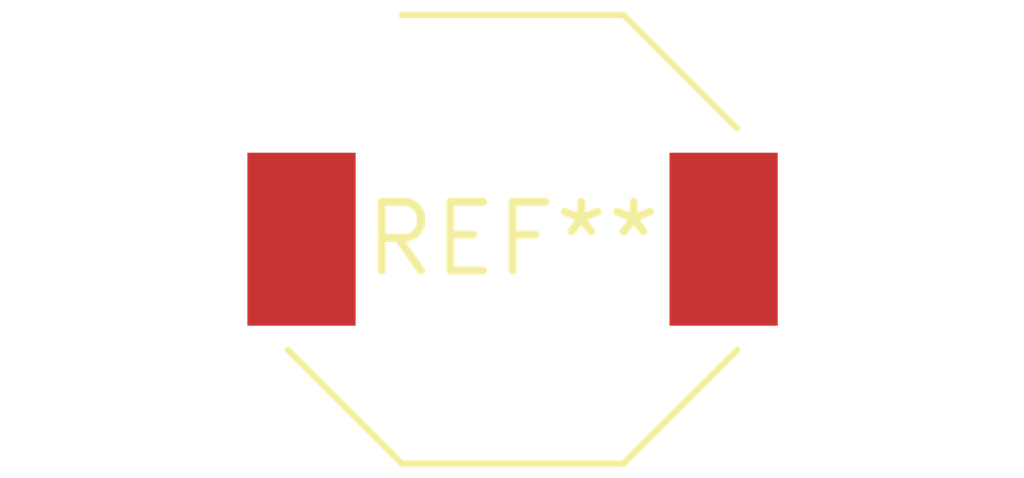
<source format=kicad_pcb>
(kicad_pcb (version 20240108) (generator pcbnew)
  (layers (0 "F.Cu" signal) (31 "B.Cu" signal) (34 "B.Paste" user) (35 "F.Paste" user) (36 "B.SilkS" user "B.Silkscreen") (37 "F.SilkS" user "F.Silkscreen") (38 "B.Mask" user) (39 "F.Mask" user) (44 "Edge.Cuts" user))
  (net 0 "")
  (footprint "L_Bourns-SRU8043" (layer "F.Cu") (at 0 0)
    (property "Reference" "REF**")
    (property "Value" "L_Bourns-SRU8043")
    (fp_line (start -2.05 -4.15) (end 2.05 -4.15) (layer "F.SilkS") (stroke (width 0.12)))
    (fp_line (start -2.05 4.15) (end -4.15 2.05) (layer "F.SilkS") (stroke (width 0.12)))
    (fp_line (start 2.05 -4.15) (end 4.15 -2.05) (layer "F.SilkS") (stroke (width 0.12)))
    (fp_line (start 2.05 4.15) (end -2.05 4.15) (layer "F.SilkS") (stroke (width 0.12)))
    (fp_line (start 2.05 4.15) (end 4.15 2.05) (layer "F.SilkS") (stroke (width 0.12)))
    (pad "1" smd rect (at -3.9 0) (size 2 3.2) (layers "F.Cu" "F.Paste" "F.Mask"))
    (pad "2" smd rect (at 3.9 0) (size 2 3.2) (layers "F.Cu" "F.Paste" "F.Mask"))
  )
)
</source>
